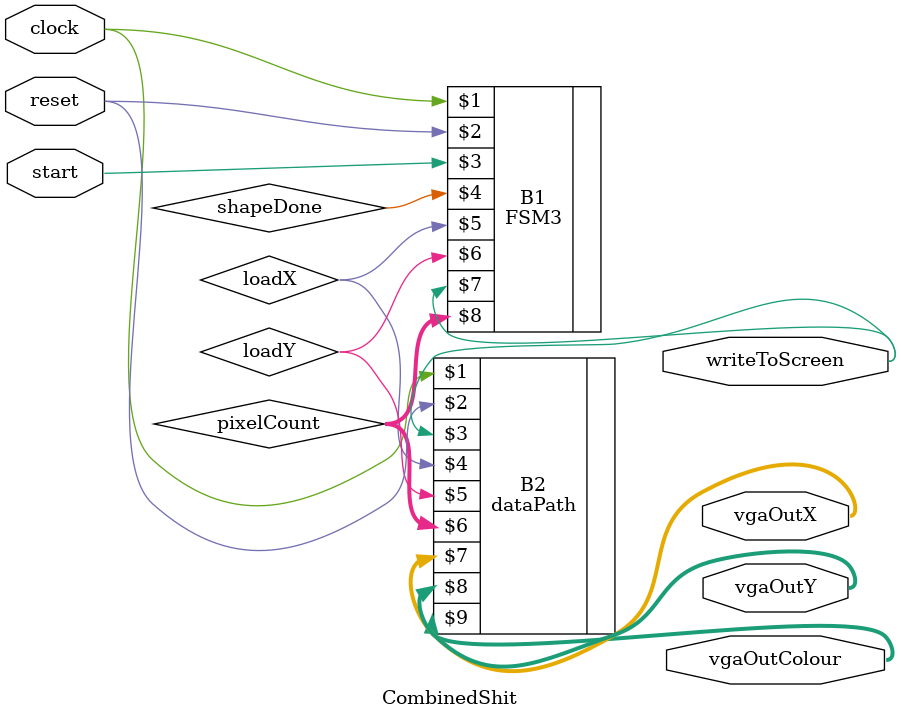
<source format=v>
module display
	(
		CLOCK_50,						//	On Board 50 MHz
		// Your inputs and outputs here
		SW,
		KEY,
		// The ports below are for the VGA output.  Do not change.
		VGA_CLK,   						//	VGA Clock
		VGA_HS,							//	VGA H_SYNC
		VGA_VS,							//	VGA V_SYNC
		VGA_BLANK_N,						//	VGA BLANK
		VGA_SYNC_N,						//	VGA SYNC
		VGA_R,   						//	VGA Red[9:0]
		VGA_G,	 						//	VGA Green[9:0]
		VGA_B   						//	VGA Blue[9:0]
	);

	input			CLOCK_50;				//	50 MHz
	// Declare your inputs and outputs here
	input [3:0]KEY;
	input [9:0] SW;
	wire reset;
	wire writeToScreen;
	wire start;
	assign start = ~KEY[1];
	assign reset = ~KEY[0];

	
	// Do not change the following outputs
	output			VGA_CLK;   				//	VGA Clock
	output			VGA_HS;					//	VGA H_SYNC
	output			VGA_VS;					//	VGA V_SYNC
	output			VGA_BLANK_N;				//	VGA BLANK
	output			VGA_SYNC_N;				//	VGA SYNC
	output	[9:0]	VGA_R;   				//	VGA Red[9:0]
	output	[9:0]	VGA_G;	 				//	VGA Green[9:0]
	output	[9:0]	VGA_B;   				//	VGA Blue[9:0]
	
	
	// Create the colour, x, y and writeEn wires that are inputs to the controller.

	wire [2:0] colour;
	wire [8:0] x;
	wire [7:0] y;

	// Create an Instance of a VGA controller - there can be only one!
	// Define the number of colours as well as the initial background
	// image file (.MIF) for the controller.
	vga_adapter VGA(
			.resetn(~reset),
			.clock(CLOCK_50),
			.colour(colour),
			.x(x),
			.y(y),
			.plot(writeToScreen),
			// Signals for the DAC to drive the monitor.
			.VGA_R(VGA_R),
			.VGA_G(VGA_G),
			.VGA_B(VGA_B),
			.VGA_HS(VGA_HS),
			.VGA_VS(VGA_VS),
			.VGA_BLANK(VGA_BLANK_N),
			.VGA_SYNC(VGA_SYNC_N),
			.VGA_CLK(VGA_CLK));
		defparam VGA.RESOLUTION = "320x240";
		defparam VGA.MONOCHROME = "FALSE";
		defparam VGA.BITS_PER_COLOUR_CHANNEL = 1;
		defparam VGA.BACKGROUND_IMAGE = "black.mif";
			
	// Put your code here. Your code should produce signals x,y,colour and writeEn
	// for the VGA controller, in addition to any other functionality your design may require.
		CombinedShit I1 (CLOCK_50, reset, start, x, y, colour, writeToScreen); 
	
endmodule

module CombinedShit (clock, reset, start, vgaOutX, vgaOutY, vgaOutColour, writeToScreen);

input clock, reset, start;
output [7:0] vgaOutY;
output [8:0] vgaOutX;
output [2:0] vgaOutColour;
output writeToScreen;

wire loadX, loadY;


wire [14:0] pixelCount;

FSM3 B1 (clock, reset, start, shapeDone, loadX, loadY, writeToScreen, pixelCount);

	
dataPath B2 (clock, reset, writeToScreen, loadX, loadY, pixelCount, vgaOutX, vgaOutY, vgaOutColour);


endmodule
</source>
